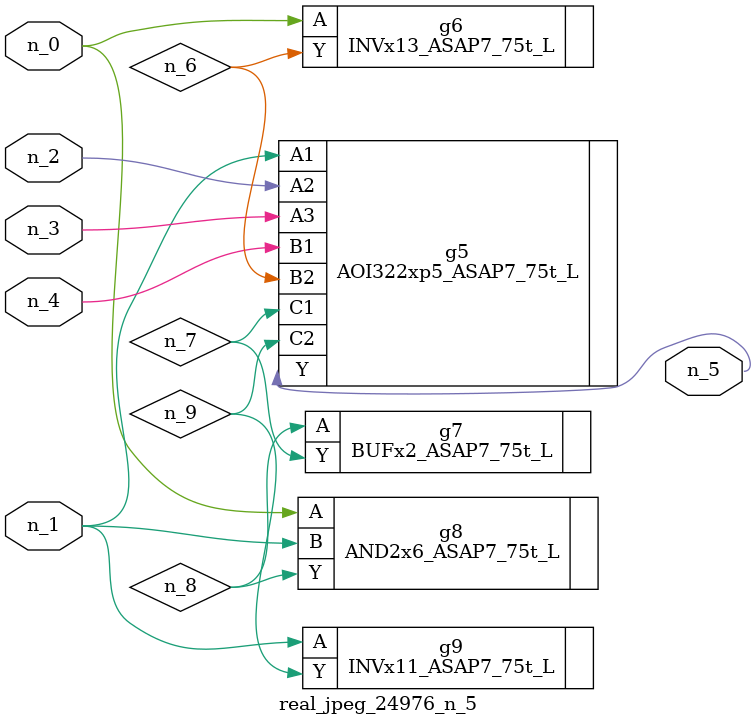
<source format=v>
module real_jpeg_24976_n_5 (n_4, n_0, n_1, n_2, n_3, n_5);

input n_4;
input n_0;
input n_1;
input n_2;
input n_3;

output n_5;

wire n_8;
wire n_6;
wire n_7;
wire n_9;

INVx13_ASAP7_75t_L g6 ( 
.A(n_0),
.Y(n_6)
);

AND2x6_ASAP7_75t_L g8 ( 
.A(n_0),
.B(n_1),
.Y(n_8)
);

AOI322xp5_ASAP7_75t_L g5 ( 
.A1(n_1),
.A2(n_2),
.A3(n_3),
.B1(n_4),
.B2(n_6),
.C1(n_7),
.C2(n_9),
.Y(n_5)
);

INVx11_ASAP7_75t_L g9 ( 
.A(n_1),
.Y(n_9)
);

BUFx2_ASAP7_75t_L g7 ( 
.A(n_8),
.Y(n_7)
);


endmodule
</source>
